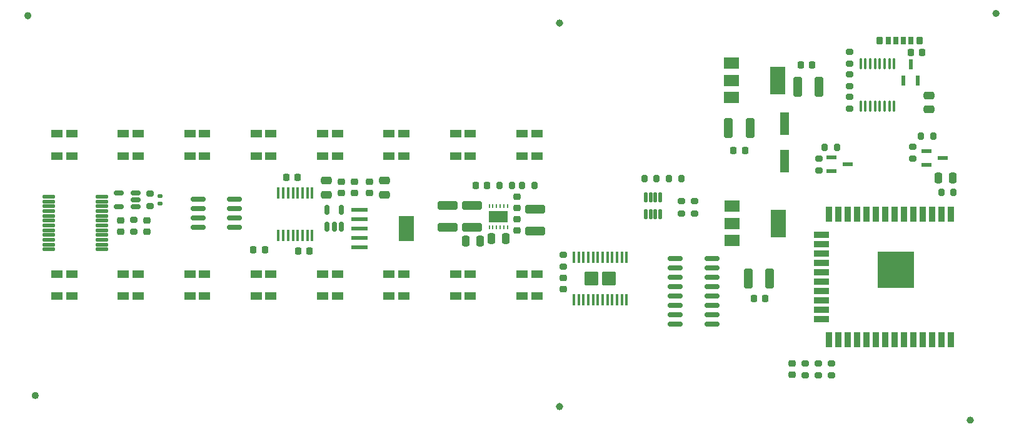
<source format=gtp>
G04 #@! TF.GenerationSoftware,KiCad,Pcbnew,(6.0.1-0)*
G04 #@! TF.CreationDate,2022-03-11T15:24:17+09:00*
G04 #@! TF.ProjectId,qLAMP-main,714c414d-502d-46d6-9169-6e2e6b696361,rev?*
G04 #@! TF.SameCoordinates,Original*
G04 #@! TF.FileFunction,Paste,Top*
G04 #@! TF.FilePolarity,Positive*
%FSLAX46Y46*%
G04 Gerber Fmt 4.6, Leading zero omitted, Abs format (unit mm)*
G04 Created by KiCad (PCBNEW (6.0.1-0)) date 2022-03-11 15:24:17*
%MOMM*%
%LPD*%
G01*
G04 APERTURE LIST*
G04 Aperture macros list*
%AMRoundRect*
0 Rectangle with rounded corners*
0 $1 Rounding radius*
0 $2 $3 $4 $5 $6 $7 $8 $9 X,Y pos of 4 corners*
0 Add a 4 corners polygon primitive as box body*
4,1,4,$2,$3,$4,$5,$6,$7,$8,$9,$2,$3,0*
0 Add four circle primitives for the rounded corners*
1,1,$1+$1,$2,$3*
1,1,$1+$1,$4,$5*
1,1,$1+$1,$6,$7*
1,1,$1+$1,$8,$9*
0 Add four rect primitives between the rounded corners*
20,1,$1+$1,$2,$3,$4,$5,0*
20,1,$1+$1,$4,$5,$6,$7,0*
20,1,$1+$1,$6,$7,$8,$9,0*
20,1,$1+$1,$8,$9,$2,$3,0*%
G04 Aperture macros list end*
%ADD10C,0.475000*%
%ADD11RoundRect,0.150000X0.825000X0.150000X-0.825000X0.150000X-0.825000X-0.150000X0.825000X-0.150000X0*%
%ADD12RoundRect,0.100000X-0.100000X0.637500X-0.100000X-0.637500X0.100000X-0.637500X0.100000X0.637500X0*%
%ADD13R,0.249999X0.499999*%
%ADD14R,2.500000X1.500000*%
%ADD15R,2.200000X0.600000*%
%ADD16R,2.150000X3.450000*%
%ADD17RoundRect,0.150000X0.150000X-0.512500X0.150000X0.512500X-0.150000X0.512500X-0.150000X-0.512500X0*%
%ADD18R,2.000000X1.500000*%
%ADD19R,2.000000X3.800000*%
%ADD20RoundRect,0.250000X0.475000X-0.250000X0.475000X0.250000X-0.475000X0.250000X-0.475000X-0.250000X0*%
%ADD21R,1.219200X3.098800*%
%ADD22RoundRect,0.225000X0.250000X-0.225000X0.250000X0.225000X-0.250000X0.225000X-0.250000X-0.225000X0*%
%ADD23RoundRect,0.250000X0.325000X1.100000X-0.325000X1.100000X-0.325000X-1.100000X0.325000X-1.100000X0*%
%ADD24RoundRect,0.225000X0.225000X0.250000X-0.225000X0.250000X-0.225000X-0.250000X0.225000X-0.250000X0*%
%ADD25RoundRect,0.250000X-0.325000X-1.100000X0.325000X-1.100000X0.325000X1.100000X-0.325000X1.100000X0*%
%ADD26RoundRect,0.250000X0.250000X0.475000X-0.250000X0.475000X-0.250000X-0.475000X0.250000X-0.475000X0*%
%ADD27RoundRect,0.225000X-0.225000X-0.250000X0.225000X-0.250000X0.225000X0.250000X-0.225000X0.250000X0*%
%ADD28RoundRect,0.250000X1.100000X-0.325000X1.100000X0.325000X-1.100000X0.325000X-1.100000X-0.325000X0*%
%ADD29RoundRect,0.111230X0.763770X0.111230X-0.763770X0.111230X-0.763770X-0.111230X0.763770X-0.111230X0*%
%ADD30RoundRect,0.225000X-0.250000X0.225000X-0.250000X-0.225000X0.250000X-0.225000X0.250000X0.225000X0*%
%ADD31RoundRect,0.111665X-0.111665X0.550835X-0.111665X-0.550835X0.111665X-0.550835X0.111665X0.550835X0*%
%ADD32RoundRect,0.150000X0.512500X0.150000X-0.512500X0.150000X-0.512500X-0.150000X0.512500X-0.150000X0*%
%ADD33R,0.410000X1.570000*%
%ADD34RoundRect,0.200000X-0.275000X0.200000X-0.275000X-0.200000X0.275000X-0.200000X0.275000X0.200000X0*%
%ADD35RoundRect,0.200000X-0.200000X-0.275000X0.200000X-0.275000X0.200000X0.275000X-0.200000X0.275000X0*%
%ADD36RoundRect,0.200000X0.200000X0.275000X-0.200000X0.275000X-0.200000X-0.275000X0.200000X-0.275000X0*%
%ADD37R,1.320800X0.558800*%
%ADD38R,0.558800X1.320800*%
%ADD39RoundRect,0.250000X0.695000X-0.715000X0.695000X0.715000X-0.695000X0.715000X-0.695000X-0.715000X0*%
%ADD40RoundRect,0.100000X0.100000X-0.687500X0.100000X0.687500X-0.100000X0.687500X-0.100000X-0.687500X0*%
%ADD41R,1.600000X1.000000*%
%ADD42RoundRect,0.200000X0.275000X-0.200000X0.275000X0.200000X-0.275000X0.200000X-0.275000X-0.200000X0*%
%ADD43RoundRect,0.035000X0.315000X0.465000X-0.315000X0.465000X-0.315000X-0.465000X0.315000X-0.465000X0*%
%ADD44RoundRect,0.040000X0.360000X0.460000X-0.360000X0.460000X-0.360000X-0.460000X0.360000X-0.460000X0*%
%ADD45R,0.900000X2.000000*%
%ADD46R,2.000000X0.900000*%
%ADD47R,5.000000X5.000000*%
%ADD48RoundRect,0.140000X0.170000X-0.140000X0.170000X0.140000X-0.170000X0.140000X-0.170000X-0.140000X0*%
G04 APERTURE END LIST*
D10*
X148473500Y-128000000D02*
G75*
G03*
X148473500Y-128000000I-237500J0D01*
G01*
X77473500Y-126500000D02*
G75*
G03*
X77473500Y-126500000I-237500J0D01*
G01*
X76473500Y-75000000D02*
G75*
G03*
X76473500Y-75000000I-237500J0D01*
G01*
X204097500Y-129840000D02*
G75*
G03*
X204097500Y-129840000I-237500J0D01*
G01*
X148473500Y-76000000D02*
G75*
G03*
X148473500Y-76000000I-237500J0D01*
G01*
X207587500Y-74695000D02*
G75*
G03*
X207587500Y-74695000I-237500J0D01*
G01*
D11*
X104235000Y-103695000D03*
X104235000Y-102425000D03*
X104235000Y-101155000D03*
X104235000Y-99885000D03*
X99285000Y-99885000D03*
X99285000Y-101155000D03*
X99285000Y-102425000D03*
X99285000Y-103695000D03*
D12*
X193553292Y-81537300D03*
X192903292Y-81537300D03*
X192253292Y-81537300D03*
X191603292Y-81537300D03*
X190953292Y-81537300D03*
X190303292Y-81537300D03*
X189653292Y-81537300D03*
X189003292Y-81537300D03*
X189003292Y-87262300D03*
X189653292Y-87262300D03*
X190303292Y-87262300D03*
X190953292Y-87262300D03*
X191603292Y-87262300D03*
X192253292Y-87262300D03*
X192903292Y-87262300D03*
X193553292Y-87262300D03*
D13*
X141216000Y-100820000D03*
X140716001Y-100820000D03*
X140216000Y-100820000D03*
X139716000Y-100820000D03*
X139215999Y-100820000D03*
X138716000Y-100820000D03*
X138716000Y-103720000D03*
X139215999Y-103720000D03*
X139716000Y-103720000D03*
X140216000Y-103720000D03*
X140716001Y-103720000D03*
X141216000Y-103720000D03*
D14*
X139966000Y-102270000D03*
D15*
X121168500Y-101310000D03*
X121168500Y-102580000D03*
X121168500Y-103850000D03*
X121168500Y-105120000D03*
X121168500Y-106390000D03*
D16*
X127468500Y-103850000D03*
D17*
X116766000Y-103627500D03*
X117716000Y-103627500D03*
X118666000Y-103627500D03*
X118666000Y-101352500D03*
X116766000Y-101352500D03*
D18*
X171570000Y-100850000D03*
X171570000Y-103150000D03*
X171570000Y-105450000D03*
D19*
X177870000Y-103150000D03*
D18*
X171480000Y-81460000D03*
X171480000Y-83760000D03*
X171480000Y-86060000D03*
D19*
X177780000Y-83760000D03*
D20*
X124532000Y-99249995D03*
X124532000Y-97349995D03*
D21*
X178680000Y-89627300D03*
X178680000Y-94732700D03*
D22*
X122500000Y-99074995D03*
X122500000Y-97524995D03*
D23*
X174055000Y-90250000D03*
X171105000Y-90250000D03*
D24*
X173365000Y-93260000D03*
X171815000Y-93260000D03*
D25*
X180455000Y-84680000D03*
X183405000Y-84680000D03*
D22*
X118690000Y-99074995D03*
X118690000Y-97524995D03*
D24*
X176095000Y-113360000D03*
X174545000Y-113360000D03*
D20*
X116658000Y-99249995D03*
X116658000Y-97349995D03*
D26*
X137446000Y-105570000D03*
X135546000Y-105570000D03*
D27*
X195788292Y-79999800D03*
X197338292Y-79999800D03*
D24*
X138420995Y-98029993D03*
X136870995Y-98029993D03*
D28*
X133096000Y-103695000D03*
X133096000Y-100745000D03*
D29*
X86295999Y-106695011D03*
X86295999Y-106045013D03*
X86295999Y-105395012D03*
X86295999Y-104745012D03*
X86295999Y-104095012D03*
X86295999Y-103445012D03*
X86295999Y-102795012D03*
X86295999Y-102145012D03*
X86295999Y-101495012D03*
X86295999Y-100845012D03*
X86295999Y-100195011D03*
X86295999Y-99545013D03*
X79095999Y-99545013D03*
X79095999Y-100195011D03*
X79095999Y-100845012D03*
X79095999Y-101495012D03*
X79095999Y-102145012D03*
X79095999Y-102795012D03*
X79095999Y-103445012D03*
X79095999Y-104095012D03*
X79095999Y-104745012D03*
X79095999Y-105395012D03*
X79095999Y-106045013D03*
X79095999Y-106695011D03*
D30*
X92336000Y-102725000D03*
X92336000Y-104275000D03*
X179705000Y-122161000D03*
X179705000Y-123711000D03*
D22*
X88780000Y-104275000D03*
X88780000Y-102725000D03*
D27*
X106771004Y-106722000D03*
X108321004Y-106722000D03*
D24*
X114401000Y-106870000D03*
X112851000Y-106870000D03*
X112801000Y-96950000D03*
X111251000Y-96950000D03*
D31*
X161861750Y-99600653D03*
X161211750Y-99600653D03*
X160561750Y-99600653D03*
X159911750Y-99600653D03*
X159911750Y-101875653D03*
X160561750Y-101875653D03*
X161211750Y-101875653D03*
X161861750Y-101875653D03*
D32*
X90833502Y-100910012D03*
X90833502Y-99960012D03*
X90833502Y-99010012D03*
X88558502Y-99010012D03*
X88558502Y-100910012D03*
D33*
X110176000Y-104790000D03*
X110826000Y-104790000D03*
X111476000Y-104790000D03*
X112126000Y-104790000D03*
X112776000Y-104790000D03*
X113426000Y-104790000D03*
X114076000Y-104790000D03*
X114726000Y-104790000D03*
X114726000Y-99050000D03*
X114076000Y-99050000D03*
X113426000Y-99050000D03*
X112776000Y-99050000D03*
X112126000Y-99050000D03*
X111476000Y-99050000D03*
X110826000Y-99050000D03*
X110176000Y-99050000D03*
D34*
X90558000Y-102675000D03*
X90558000Y-104325000D03*
D35*
X163061000Y-97110005D03*
X164711000Y-97110005D03*
D36*
X161381000Y-97110000D03*
X159731000Y-97110000D03*
D11*
X168886000Y-116780000D03*
X168886000Y-115510000D03*
X168886000Y-114240000D03*
X168886000Y-112970000D03*
X168886000Y-111700000D03*
X168886000Y-110430000D03*
X168886000Y-109160000D03*
X168886000Y-107890000D03*
X163936000Y-107890000D03*
X163936000Y-109160000D03*
X163936000Y-110430000D03*
X163936000Y-111700000D03*
X163936000Y-112970000D03*
X163936000Y-114240000D03*
X163936000Y-115510000D03*
X163936000Y-116780000D03*
D22*
X120468000Y-99074995D03*
X120468000Y-97524995D03*
D37*
X197927800Y-93340200D03*
X197927800Y-95219800D03*
X200112200Y-94280000D03*
X185087800Y-94180200D03*
X185087800Y-96059800D03*
X187272200Y-95120000D03*
D38*
X194838492Y-83802000D03*
X196718092Y-83802000D03*
X195778292Y-81617600D03*
D39*
X152586000Y-110630000D03*
X154926000Y-110630000D03*
D40*
X150181000Y-113492500D03*
X150831000Y-113492500D03*
X151481000Y-113492500D03*
X152131000Y-113492500D03*
X152781000Y-113492500D03*
X153431000Y-113492500D03*
X154081000Y-113492500D03*
X154731000Y-113492500D03*
X155381000Y-113492500D03*
X156031000Y-113492500D03*
X156681000Y-113492500D03*
X157331000Y-113492500D03*
X157331000Y-107767500D03*
X156681000Y-107767500D03*
X156031000Y-107767500D03*
X155381000Y-107767500D03*
X154731000Y-107767500D03*
X154081000Y-107767500D03*
X153431000Y-107767500D03*
X152781000Y-107767500D03*
X152131000Y-107767500D03*
X151481000Y-107767500D03*
X150831000Y-107767500D03*
X150181000Y-107767500D03*
D22*
X142495998Y-104124998D03*
X142495998Y-102574998D03*
D34*
X164749988Y-100175001D03*
X164749988Y-101825001D03*
D26*
X201475000Y-97020000D03*
X199575000Y-97020000D03*
D36*
X198845000Y-91305000D03*
X197195000Y-91305000D03*
X185815000Y-92860000D03*
X184165000Y-92860000D03*
X141761006Y-98029993D03*
X140111006Y-98029993D03*
D34*
X187500006Y-79896200D03*
X187500006Y-81546200D03*
X187500006Y-82944200D03*
X187500006Y-84594200D03*
X196100000Y-92745000D03*
X196100000Y-94395000D03*
X183390000Y-94365000D03*
X183390000Y-96015000D03*
X148756005Y-107394991D03*
X148756005Y-109044991D03*
D36*
X201575000Y-98940000D03*
X199925000Y-98940000D03*
D34*
X187500006Y-85992200D03*
X187500006Y-87642200D03*
D30*
X148756005Y-110515012D03*
X148756005Y-112065012D03*
D23*
X176715000Y-110630000D03*
X173765000Y-110630000D03*
D27*
X180925000Y-81680000D03*
X182475000Y-81680000D03*
D41*
X107157211Y-91002066D03*
X107157211Y-94002066D03*
D42*
X181483000Y-123761000D03*
X181483000Y-122111000D03*
D41*
X134157211Y-113001633D03*
X134157211Y-110001633D03*
X89157211Y-91002066D03*
X89157211Y-94002066D03*
X134157211Y-91002066D03*
X134157211Y-94002066D03*
X127157211Y-113001633D03*
X127157211Y-110001633D03*
X136157211Y-91002066D03*
X136157211Y-94002066D03*
X143157211Y-91002066D03*
X143157211Y-94002066D03*
X100157211Y-113001633D03*
X100157211Y-110001633D03*
X100157211Y-91002066D03*
X100157211Y-94002066D03*
D42*
X185039000Y-123761000D03*
X185039000Y-122111000D03*
D41*
X125157211Y-113001633D03*
X125157211Y-110001633D03*
X116157211Y-113001633D03*
X116157211Y-110001633D03*
D28*
X136386000Y-103695000D03*
X136386000Y-100745000D03*
D43*
X194788282Y-78419792D03*
X192788282Y-78419792D03*
D44*
X191588282Y-78419792D03*
D43*
X193788282Y-78419792D03*
X195788282Y-78419792D03*
D44*
X196988282Y-78419792D03*
D30*
X142495998Y-99534999D03*
X142495998Y-101084999D03*
D41*
X82157211Y-113001633D03*
X82157211Y-110001633D03*
X118157211Y-113001633D03*
X118157211Y-110001633D03*
D35*
X143170995Y-98029993D03*
X144820995Y-98029993D03*
D41*
X109157211Y-113001633D03*
X109157211Y-110001633D03*
X118157211Y-91002066D03*
X118157211Y-94002066D03*
X109157211Y-91002066D03*
X109157211Y-94002066D03*
X80157211Y-91002066D03*
X80157211Y-94002066D03*
X98157211Y-113001633D03*
X98157211Y-110001633D03*
D20*
X198308292Y-87719800D03*
X198308292Y-85819800D03*
D45*
X201261000Y-101920000D03*
X199991000Y-101920000D03*
X198721000Y-101920000D03*
X197451000Y-101920000D03*
X196181000Y-101920000D03*
X194911000Y-101920000D03*
X193641000Y-101920000D03*
X192371000Y-101920000D03*
X191101000Y-101920000D03*
X189831000Y-101920000D03*
X188561000Y-101920000D03*
X187291000Y-101920000D03*
X186021000Y-101920000D03*
X184751000Y-101920000D03*
D46*
X183751000Y-104705000D03*
X183751000Y-105975000D03*
X183751000Y-107245000D03*
X183751000Y-108515000D03*
X183751000Y-109785000D03*
X183751000Y-111055000D03*
X183751000Y-112325000D03*
X183751000Y-113595000D03*
X183751000Y-114865000D03*
X183751000Y-116135000D03*
D45*
X184751000Y-118920000D03*
X186021000Y-118920000D03*
X187291000Y-118920000D03*
X188561000Y-118920000D03*
X189831000Y-118920000D03*
X191101000Y-118920000D03*
X192371000Y-118920000D03*
X193641000Y-118920000D03*
X194911000Y-118920000D03*
X196181000Y-118920000D03*
X197451000Y-118920000D03*
X198721000Y-118920000D03*
X199991000Y-118920000D03*
X201261000Y-118920000D03*
D47*
X193761000Y-109420000D03*
D41*
X80157211Y-113001633D03*
X80157211Y-110001633D03*
D42*
X166527988Y-101825001D03*
X166527988Y-100175001D03*
D41*
X91157211Y-113001633D03*
X91157211Y-110001633D03*
X127157211Y-91002066D03*
X127157211Y-94002066D03*
D48*
X94146005Y-100440012D03*
X94146005Y-99480012D03*
D41*
X89157211Y-113001633D03*
X89157211Y-110001633D03*
X125157211Y-91002066D03*
X125157211Y-94002066D03*
X145157211Y-113001633D03*
X145157211Y-110001633D03*
D34*
X92776006Y-99135012D03*
X92776006Y-100785012D03*
D42*
X183261000Y-123761000D03*
X183261000Y-122111000D03*
D41*
X116157211Y-91002066D03*
X116157211Y-94002066D03*
D26*
X140936000Y-105230000D03*
X139036000Y-105230000D03*
D41*
X91157211Y-91002066D03*
X91157211Y-94002066D03*
X145157211Y-91002066D03*
X145157211Y-94002066D03*
X82157211Y-91002066D03*
X82157211Y-94002066D03*
X107157211Y-113001633D03*
X107157211Y-110001633D03*
X98157211Y-91002066D03*
X98157211Y-94002066D03*
X143157211Y-113001633D03*
X143157211Y-110001633D03*
D28*
X144936000Y-104185000D03*
X144936000Y-101235000D03*
D41*
X136157211Y-113001633D03*
X136157211Y-110001633D03*
M02*

</source>
